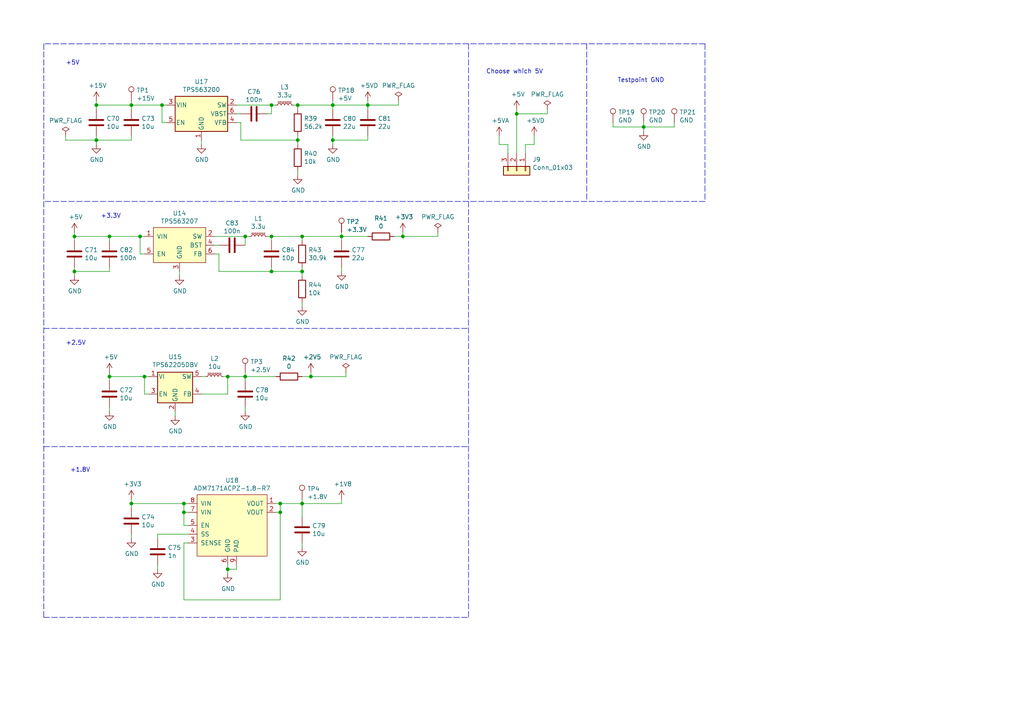
<source format=kicad_sch>
(kicad_sch (version 20250114) (generator "eeschema") (generator_version "9.0")
  (paper "A4")
  (title_block (title "TDS Receiver - Power") (date "2025-02-17") (company "(c) 2025 ETH Zurich, Y. Acremann") (comment 1 "License: GNU public license v. 3.0"))
  (lib_symbols
    (symbol "ADM7171ACPZ-1.8-R7:ADM7171ACPZ-1.8-R7" (pin_names (offset 1.016))
      (property "Reference" "U" (at 7.62 12.7 0))
      (property "Value" "ADM7171ACPZ-1.8-R7" (at 1.27 10.16 0))
      (symbol "ADM7171ACPZ-1.8-R7_0_1"
        (rectangle (start -10.16 8.89) (end 10.16 -8.89) (fill (type background)))
      )
      (symbol "ADM7171ACPZ-1.8-R7_1_1"
        (pin power_in line (at -12.7 6.35 0) (length 2.54) (name "VIN") (number "8"))
        (pin power_in line (at -12.7 3.81 0) (length 2.54) (name "VIN") (number "7"))
        (pin input line (at -12.7 0 0) (length 2.54) (name "EN") (number "5"))
        (pin input line (at -12.7 -2.54 0) (length 2.54) (name "SS") (number "4"))
        (pin input line (at -12.7 -5.08 0) (length 2.54) (name "SENSE") (number "3"))
        (pin power_in line (at -1.27 -11.43 90) (length 2.54) (name "GND") (number "6"))
        (pin power_in line (at 1.27 -11.43 90) (length 2.54) (name "PAD") (number "9"))
        (pin power_out line (at 12.7 6.35 180) (length 2.54) (name "VOUT") (number "1"))
        (pin passive line (at 12.7 3.81 180) (length 2.54) (name "VOUT") (number "2"))
      )
    )
    (symbol "Connector:TestPoint" (pin_numbers (hide yes)) (pin_names (offset 0.762) (hide yes))
      (property "Reference" "TP" (at 0 6.858 0))
      (property "Value" "Connector_TestPoint" (at 0 5.08 0))
      (symbol "TestPoint_0_1"
        (circle (center 0 3.302) (radius 0.762))
      )
      (symbol "TestPoint_1_1"
        (pin passive line (at 0 0 90) (length 2.54) (name "1") (number "1"))
      )
    )
    (symbol "Connector_Generic:Conn_01x03" (pin_names (offset 1.016) (hide yes))
      (property "Reference" "J" (at 0 5.08 0))
      (property "Value" "Connector_Generic_Conn_01x03" (at 0 -5.08 0))
      (symbol "Conn_01x03_1_1"
        (rectangle (start -1.27 3.81) (end 1.27 -3.81) (stroke (width 0.254)) (fill (type background)))
        (rectangle (start -1.27 2.667) (end 0 2.413) (stroke (width 0.1524)))
        (rectangle (start -1.27 0.127) (end 0 -0.127) (stroke (width 0.1524)))
        (rectangle (start -1.27 -2.413) (end 0 -2.667) (stroke (width 0.1524)))
        (pin passive line (at -5.08 2.54 0) (length 3.81) (name "Pin_1") (number "1"))
        (pin passive line (at -5.08 0 0) (length 3.81) (name "Pin_2") (number "2"))
        (pin passive line (at -5.08 -2.54 0) (length 3.81) (name "Pin_3") (number "3"))
      )
    )
    (symbol "Device:C" (pin_numbers (hide yes)) (pin_names (offset 0.254))
      (property "Reference" "C" (at 0.635 2.54 0))
      (property "Value" "Device_C" (at 0.635 -2.54 0))
      (symbol "C_0_1"
        (polyline (pts (xy -2.032 0.762) (xy 2.032 0.762)) (stroke (width 0.508)))
        (polyline (pts (xy -2.032 -0.762) (xy 2.032 -0.762)) (stroke (width 0.508)))
      )
      (symbol "C_1_1"
        (pin passive line (at 0 3.81 270) (length 2.794) (name "~") (number "1"))
        (pin passive line (at 0 -3.81 90) (length 2.794) (name "~") (number "2"))
      )
    )
    (symbol "Device:L_Core_Ferrite_Small" (pin_numbers (hide yes)) (pin_names (offset 0.254) (hide yes))
      (property "Reference" "L" (at 1.27 1.016 0))
      (property "Value" "Device_L_Core_Ferrite_Small" (at 1.27 -1.27 0))
      (symbol "L_Core_Ferrite_Small_0_1"
        (arc (start 0 2.032) (mid 0.5058 1.524) (end 0 1.016))
        (arc (start 0 1.016) (mid 0.5058 0.508) (end 0 0))
        (arc (start 0 0) (mid 0.5058 -0.508) (end 0 -1.016))
        (arc (start 0 -1.016) (mid 0.5058 -1.524) (end 0 -2.032))
        (polyline (pts (xy 0.762 1.651) (xy 0.762 1.905)))
        (polyline (pts (xy 0.762 1.143) (xy 0.762 1.397)))
        (polyline (pts (xy 0.762 0.635) (xy 0.762 0.889)))
        (polyline (pts (xy 0.762 0.127) (xy 0.762 0.381)))
        (polyline (pts (xy 0.762 -0.381) (xy 0.762 -0.127)))
        (polyline (pts (xy 0.762 -0.889) (xy 0.762 -0.635)))
        (polyline (pts (xy 0.762 -1.397) (xy 0.762 -1.143)))
        (polyline (pts (xy 0.762 -1.905) (xy 0.762 -1.651)))
        (polyline (pts (xy 1.016 1.905) (xy 1.016 1.651)))
        (polyline (pts (xy 1.016 1.397) (xy 1.016 1.143)))
        (polyline (pts (xy 1.016 0.889) (xy 1.016 0.635)))
        (polyline (pts (xy 1.016 0.381) (xy 1.016 0.127)))
        (polyline (pts (xy 1.016 -0.127) (xy 1.016 -0.381)))
        (polyline (pts (xy 1.016 -0.635) (xy 1.016 -0.889)))
        (polyline (pts (xy 1.016 -1.143) (xy 1.016 -1.397)))
        (polyline (pts (xy 1.016 -1.651) (xy 1.016 -1.905)))
      )
      (symbol "L_Core_Ferrite_Small_1_1"
        (pin passive line (at 0 2.54 270) (length 0.508) (name "~") (number "1"))
        (pin passive line (at 0 -2.54 90) (length 0.508) (name "~") (number "2"))
      )
    )
    (symbol "Device:R" (pin_numbers (hide yes)) (pin_names (offset 0))
      (property "Reference" "R" (at 2.032 0 90))
      (property "Value" "Device_R" (at 0 0 90))
      (symbol "R_0_1"
        (rectangle (start -1.016 -2.54) (end 1.016 2.54) (stroke (width 0.254)))
      )
      (symbol "R_1_1"
        (pin passive line (at 0 3.81 270) (length 1.27) (name "~") (number "1"))
        (pin passive line (at 0 -3.81 90) (length 1.27) (name "~") (number "2"))
      )
    )
    (symbol "Receiver-rescue:TPS563200-Regulator_Switching" (pin_names (offset 0.254))
      (property "Reference" "U" (at -7.62 6.35 0))
      (property "Value" "TPS563200-Regulator_Switching" (at -2.54 6.35 0))
      (symbol "TPS563200-Regulator_Switching_0_1"
        (rectangle (start -7.62 5.08) (end 7.62 -5.08) (stroke (width 0.254)) (fill (type background)))
      )
      (symbol "TPS563200-Regulator_Switching_1_1"
        (pin power_in line (at -10.16 2.54 0) (length 2.54) (name "VIN") (number "3"))
        (pin input line (at -10.16 -2.54 0) (length 2.54) (name "EN") (number "5"))
        (pin power_in line (at 0 -7.62 90) (length 2.54) (name "GND") (number "1"))
        (pin output line (at 10.16 2.54 180) (length 2.54) (name "SW") (number "2"))
        (pin input line (at 10.16 0 180) (length 2.54) (name "VBST") (number "6"))
        (pin input line (at 10.16 -2.54 180) (length 2.54) (name "VFB") (number "4"))
      )
    )
    (symbol "Regulator_Switching:TPS62205DBV" (pin_names (offset 0.254))
      (property "Reference" "U" (at -5.08 7.62 0))
      (property "Value" "Regulator_Switching_TPS62205DBV" (at 0 7.62 0))
      (symbol "TPS62205DBV_0_1"
        (rectangle (start -5.08 6.35) (end 5.08 -2.54) (stroke (width 0.254)) (fill (type background)))
      )
      (symbol "TPS62205DBV_1_1"
        (pin power_in line (at -7.62 5.08 0) (length 2.54) (name "VI") (number "1"))
        (pin input line (at -7.62 0 0) (length 2.54) (name "EN") (number "3"))
        (pin power_in line (at 0 -5.08 90) (length 2.54) (name "GND") (number "2"))
        (pin output line (at 7.62 5.08 180) (length 2.54) (name "SW") (number "5"))
        (pin input line (at 7.62 0 180) (length 2.54) (name "FB") (number "4"))
      )
    )
    (symbol "TPS5632xx:TPS563207" (pin_names (offset 1.016))
      (property "Reference" "U" (at 0 8.89 0))
      (property "Value" "TPS563207" (at 0 6.35 0))
      (symbol "TPS563207_0_1"
        (rectangle (start -7.62 5.08) (end 7.62 -5.08) (fill (type background)))
      )
      (symbol "TPS563207_1_1"
        (pin power_in line (at -10.16 2.54 0) (length 2.54) (name "VIN") (number "1"))
        (pin input line (at -10.16 -2.54 0) (length 2.54) (name "EN") (number "5"))
        (pin power_in line (at 0 -7.62 90) (length 2.54) (name "GND") (number "3"))
        (pin output line (at 10.16 2.54 180) (length 2.54) (name "SW") (number "2"))
        (pin passive line (at 10.16 0 180) (length 2.54) (name "BST") (number "4"))
        (pin passive line (at 10.16 -2.54 180) (length 2.54) (name "FB") (number "6"))
      )
    )
    (symbol "power:+15V" (power) (pin_names (offset 0))
      (property "Value" "power_+15V" (at 0 3.556 0))
      (symbol "+15V_0_1"
        (polyline (pts (xy -0.762 1.27) (xy 0 2.54)))
        (polyline (pts (xy 0 2.54) (xy 0.762 1.27)))
        (polyline (pts (xy 0 0) (xy 0 2.54)))
      )
      (symbol "+15V_1_1"
        (pin power_in line (at 0 0 90) (length 0) (hide yes) (name "+15V") (number "1"))
      )
    )
    (symbol "power:+1V8" (power) (pin_names (offset 0))
      (property "Value" "power_+1V8" (at 0 3.556 0))
      (symbol "+1V8_0_1"
        (polyline (pts (xy -0.762 1.27) (xy 0 2.54)))
        (polyline (pts (xy 0 2.54) (xy 0.762 1.27)))
        (polyline (pts (xy 0 0) (xy 0 2.54)))
      )
      (symbol "+1V8_1_1"
        (pin power_in line (at 0 0 90) (length 0) (hide yes) (name "+1V8") (number "1"))
      )
    )
    (symbol "power:+2V5" (power) (pin_names (offset 0))
      (property "Value" "power_+2V5" (at 0 3.556 0))
      (symbol "+2V5_0_1"
        (polyline (pts (xy -0.762 1.27) (xy 0 2.54)))
        (polyline (pts (xy 0 2.54) (xy 0.762 1.27)))
        (polyline (pts (xy 0 0) (xy 0 2.54)))
      )
      (symbol "+2V5_1_1"
        (pin power_in line (at 0 0 90) (length 0) (hide yes) (name "+2V5") (number "1"))
      )
    )
    (symbol "power:+3.3V" (power) (pin_names (offset 0))
      (property "Value" "power_+3.3V" (at 0 3.556 0))
      (symbol "+3.3V_0_1"
        (polyline (pts (xy -0.762 1.27) (xy 0 2.54)))
        (polyline (pts (xy 0 2.54) (xy 0.762 1.27)))
        (polyline (pts (xy 0 0) (xy 0 2.54)))
      )
      (symbol "+3.3V_1_1"
        (pin power_in line (at 0 0 90) (length 0) (hide yes) (name "+3V3") (number "1"))
      )
    )
    (symbol "power:+5V" (power) (pin_names (offset 0))
      (property "Value" "power_+5V" (at 0 3.556 0))
      (symbol "+5V_0_1"
        (polyline (pts (xy -0.762 1.27) (xy 0 2.54)))
        (polyline (pts (xy 0 2.54) (xy 0.762 1.27)))
        (polyline (pts (xy 0 0) (xy 0 2.54)))
      )
      (symbol "+5V_1_1"
        (pin power_in line (at 0 0 90) (length 0) (hide yes) (name "+5V") (number "1"))
      )
    )
    (symbol "power:+5VA" (power) (pin_names (offset 0))
      (property "Value" "power_+5VA" (at 0 3.556 0))
      (symbol "+5VA_0_1"
        (polyline (pts (xy -0.762 1.27) (xy 0 2.54)))
        (polyline (pts (xy 0 2.54) (xy 0.762 1.27)))
        (polyline (pts (xy 0 0) (xy 0 2.54)))
      )
      (symbol "+5VA_1_1"
        (pin power_in line (at 0 0 90) (length 0) (hide yes) (name "+5VA") (number "1"))
      )
    )
    (symbol "power:+5VD" (power) (pin_names (offset 0))
      (property "Value" "power_+5VD" (at 0 3.556 0))
      (symbol "+5VD_0_1"
        (polyline (pts (xy -0.762 1.27) (xy 0 2.54)))
        (polyline (pts (xy 0 2.54) (xy 0.762 1.27)))
        (polyline (pts (xy 0 0) (xy 0 2.54)))
      )
      (symbol "+5VD_1_1"
        (pin power_in line (at 0 0 90) (length 0) (hide yes) (name "+5VD") (number "1"))
      )
    )
    (symbol "power:GND" (power) (pin_names (offset 0))
      (property "Value" "power_GND" (at 0 -3.81 0))
      (symbol "GND_0_1"
        (polyline (pts (xy 0 0) (xy 0 -1.27) (xy 1.27 -1.27) (xy 0 -2.54) (xy -1.27 -1.27) (xy 0 -1.27)))
      )
      (symbol "GND_1_1"
        (pin power_in line (at 0 0 270) (length 0) (hide yes) (name "GND") (number "1"))
      )
    )
    (symbol "power:PWR_FLAG" (power) (pin_numbers (hide yes)) (pin_names (offset 0) (hide yes))
      (property "Value" "power_PWR_FLAG" (at 0 3.81 0))
      (symbol "PWR_FLAG_0_0"
        (pin power_out line (at 0 0 90) (length 0) (name "pwr") (number "1"))
      )
      (symbol "PWR_FLAG_0_1"
        (polyline (pts (xy 0 0) (xy 0 1.27) (xy -1.016 1.905) (xy 0 2.54) (xy 1.016 1.905) (xy 0 1.27)))
      )
    )
  )
  (text "Testpoint GND" (at 179.07 24.13 0) (effects (font (size 1.27 1.27)) (justify left bottom)))
  (text "+3.3V\n" (at 29.21 63.5 0) (effects (font (size 1.27 1.27)) (justify left bottom)))
  (text "Choose which 5V\n" (at 140.97 21.59 0) (effects (font (size 1.27 1.27)) (justify left bottom)))
  (text "+5V\n" (at 19.05 19.05 0) (effects (font (size 1.27 1.27)) (justify left bottom)))
  (text "+2.5V\n" (at 19.05 100.33 0) (effects (font (size 1.27 1.27)) (justify left bottom)))
  (text "+1.8V\n" (at 20.32 137.16 0) (effects (font (size 1.27 1.27)) (justify left bottom)))
  (junction (at 66.04 109.22))
  (junction (at 81.28 146.05))
  (junction (at 40.64 68.58))
  (junction (at 53.34 148.59))
  (junction (at 87.63 146.05))
  (junction (at 21.59 78.74))
  (junction (at 96.52 40.64))
  (junction (at 38.1 146.05))
  (junction (at 66.04 165.1))
  (junction (at 86.36 30.48))
  (junction (at 96.52 30.48))
  (junction (at 53.34 146.05))
  (junction (at 87.63 68.58))
  (junction (at 38.1 30.48))
  (junction (at 116.84 68.58))
  (junction (at 71.12 68.58))
  (junction (at 27.94 40.64))
  (junction (at 46.99 30.48))
  (junction (at 78.74 68.58))
  (junction (at 27.94 30.48))
  (junction (at 31.75 68.58))
  (junction (at 78.74 78.74))
  (junction (at 87.63 78.74))
  (junction (at 86.36 40.64))
  (junction (at 41.91 109.22))
  (junction (at 149.86 33.02))
  (junction (at 90.17 109.22))
  (junction (at 186.69 36.83))
  (junction (at 31.75 109.22))
  (junction (at 78.74 30.48))
  (junction (at 21.59 68.58))
  (junction (at 71.12 109.22))
  (junction (at 106.68 30.48))
  (junction (at 81.28 148.59))
  (junction (at 99.06 68.58))
  (wire (pts (xy 77.47 68.58) (xy 78.74 68.58)))
  (wire (pts (xy 27.94 29.21) (xy 27.94 30.48)))
  (wire (pts (xy 186.69 36.83) (xy 195.58 36.83)))
  (wire (pts (xy 54.61 154.94) (xy 45.72 154.94)))
  (wire (pts (xy 87.63 68.58) (xy 99.06 68.58)))
  (wire (pts (xy 27.94 30.48) (xy 27.94 31.75)))
  (wire (pts (xy 31.75 119.38) (xy 31.75 118.11)))
  (wire (pts (xy 116.84 67.31) (xy 116.84 68.58)))
  (wire (pts (xy 177.8 36.83) (xy 177.8 35.56)))
  (wire (pts (xy 41.91 73.66) (xy 40.64 73.66)))
  (wire (pts (xy 127 68.58) (xy 116.84 68.58)))
  (wire (pts (xy 99.06 68.58) (xy 99.06 67.31)))
  (wire (pts (xy 127 67.31) (xy 127 68.58)))
  (wire (pts (xy 31.75 77.47) (xy 31.75 78.74)))
  (wire (pts (xy 78.74 77.47) (xy 78.74 78.74)))
  (wire (pts (xy 78.74 30.48) (xy 68.58 30.48)))
  (wire (pts (xy 71.12 110.49) (xy 71.12 109.22)))
  (wire (pts (xy 71.12 109.22) (xy 71.12 107.95)))
  (wire (pts (xy 31.75 109.22) (xy 31.75 110.49)))
  (wire (pts (xy 78.74 30.48) (xy 80.01 30.48)))
  (wire (pts (xy 87.63 80.01) (xy 87.63 78.74)))
  (wire (pts (xy 31.75 69.85) (xy 31.75 68.58)))
  (wire (pts (xy 31.75 78.74) (xy 21.59 78.74)))
  (wire (pts (xy 50.8 120.65) (xy 50.8 119.38)))
  (wire (pts (xy 45.72 154.94) (xy 45.72 156.21)))
  (wire (pts (xy 38.1 30.48) (xy 46.99 30.48)))
  (wire (pts (xy 80.01 148.59) (xy 81.28 148.59)))
  (wire (pts (xy 19.05 39.37) (xy 19.05 40.64)))
  (wire (pts (xy 186.69 35.56) (xy 186.69 36.83)))
  (wire (pts (xy 71.12 109.22) (xy 66.04 109.22)))
  (wire (pts (xy 21.59 80.01) (xy 21.59 78.74)))
  (polyline (pts (xy 12.7 129.54) (xy 135.89 129.54)) (stroke (width 0) (type dash)))
  (wire (pts (xy 19.05 40.64) (xy 27.94 40.64)))
  (wire (pts (xy 27.94 40.64) (xy 38.1 40.64)))
  (wire (pts (xy 41.91 109.22) (xy 41.91 114.3)))
  (wire (pts (xy 53.34 146.05) (xy 54.61 146.05)))
  (wire (pts (xy 38.1 156.21) (xy 38.1 154.94)))
  (wire (pts (xy 147.32 44.45) (xy 147.32 41.91)))
  (polyline (pts (xy 204.47 58.42) (xy 12.7 58.42)) (stroke (width 0) (type dash)))
  (wire (pts (xy 63.5 73.66) (xy 63.5 78.74)))
  (wire (pts (xy 96.52 30.48) (xy 106.68 30.48)))
  (wire (pts (xy 52.07 80.01) (xy 52.07 78.74)))
  (polyline (pts (xy 170.18 12.7) (xy 170.18 58.42)) (stroke (width 0) (type dash)))
  (wire (pts (xy 69.85 40.64) (xy 86.36 40.64)))
  (wire (pts (xy 158.75 31.75) (xy 158.75 33.02)))
  (wire (pts (xy 38.1 146.05) (xy 53.34 146.05)))
  (wire (pts (xy 40.64 73.66) (xy 40.64 68.58)))
  (wire (pts (xy 106.68 30.48) (xy 106.68 31.75)))
  (wire (pts (xy 99.06 144.78) (xy 99.06 146.05)))
  (wire (pts (xy 58.42 109.22) (xy 59.69 109.22)))
  (wire (pts (xy 87.63 69.85) (xy 87.63 68.58)))
  (wire (pts (xy 48.26 30.48) (xy 46.99 30.48)))
  (polyline (pts (xy 12.7 12.7) (xy 12.7 179.07)) (stroke (width 0) (type dash)))
  (wire (pts (xy 78.74 78.74) (xy 63.5 78.74)))
  (wire (pts (xy 154.94 41.91) (xy 154.94 39.37)))
  (wire (pts (xy 78.74 69.85) (xy 78.74 68.58)))
  (wire (pts (xy 81.28 146.05) (xy 80.01 146.05)))
  (wire (pts (xy 96.52 40.64) (xy 106.68 40.64)))
  (wire (pts (xy 41.91 114.3) (xy 43.18 114.3)))
  (wire (pts (xy 81.28 148.59) (xy 81.28 146.05)))
  (wire (pts (xy 96.52 30.48) (xy 86.36 30.48)))
  (wire (pts (xy 53.34 157.48) (xy 54.61 157.48)))
  (wire (pts (xy 90.17 109.22) (xy 90.17 107.95)))
  (wire (pts (xy 86.36 40.64) (xy 86.36 41.91)))
  (wire (pts (xy 87.63 146.05) (xy 87.63 149.86)))
  (wire (pts (xy 195.58 36.83) (xy 195.58 35.56)))
  (wire (pts (xy 21.59 68.58) (xy 31.75 68.58)))
  (wire (pts (xy 87.63 109.22) (xy 90.17 109.22)))
  (wire (pts (xy 27.94 40.64) (xy 27.94 39.37)))
  (wire (pts (xy 99.06 78.74) (xy 99.06 77.47)))
  (wire (pts (xy 87.63 68.58) (xy 78.74 68.58)))
  (wire (pts (xy 68.58 33.02) (xy 69.85 33.02)))
  (wire (pts (xy 27.94 30.48) (xy 38.1 30.48)))
  (polyline (pts (xy 12.7 95.25) (xy 135.89 95.25)) (stroke (width 0) (type dash)))
  (wire (pts (xy 66.04 109.22) (xy 66.04 114.3)))
  (wire (pts (xy 86.36 39.37) (xy 86.36 40.64)))
  (wire (pts (xy 87.63 158.75) (xy 87.63 157.48)))
  (wire (pts (xy 43.18 109.22) (xy 41.91 109.22)))
  (wire (pts (xy 115.57 29.21) (xy 115.57 30.48)))
  (wire (pts (xy 62.23 73.66) (xy 63.5 73.66)))
  (wire (pts (xy 78.74 33.02) (xy 78.74 30.48)))
  (wire (pts (xy 53.34 173.99) (xy 53.34 157.48)))
  (wire (pts (xy 81.28 146.05) (xy 87.63 146.05)))
  (wire (pts (xy 53.34 152.4) (xy 53.34 148.59)))
  (wire (pts (xy 41.91 109.22) (xy 31.75 109.22)))
  (wire (pts (xy 54.61 152.4) (xy 53.34 152.4)))
  (wire (pts (xy 186.69 36.83) (xy 186.69 38.1)))
  (wire (pts (xy 87.63 77.47) (xy 87.63 78.74)))
  (wire (pts (xy 99.06 146.05) (xy 87.63 146.05)))
  (wire (pts (xy 106.68 30.48) (xy 106.68 29.21)))
  (wire (pts (xy 115.57 30.48) (xy 106.68 30.48)))
  (polyline (pts (xy 12.7 179.07) (xy 135.89 179.07)) (stroke (width 0) (type dash)))
  (wire (pts (xy 158.75 33.02) (xy 149.86 33.02)))
  (wire (pts (xy 64.77 109.22) (xy 66.04 109.22)))
  (wire (pts (xy 87.63 88.9) (xy 87.63 87.63)))
  (wire (pts (xy 87.63 146.05) (xy 87.63 144.78)))
  (wire (pts (xy 66.04 114.3) (xy 58.42 114.3)))
  (wire (pts (xy 81.28 173.99) (xy 53.34 173.99)))
  (wire (pts (xy 186.69 36.83) (xy 177.8 36.83)))
  (wire (pts (xy 69.85 35.56) (xy 69.85 40.64)))
  (wire (pts (xy 21.59 68.58) (xy 21.59 69.85)))
  (wire (pts (xy 21.59 67.31) (xy 21.59 68.58)))
  (wire (pts (xy 27.94 41.91) (xy 27.94 40.64)))
  (wire (pts (xy 144.78 41.91) (xy 144.78 39.37)))
  (wire (pts (xy 96.52 31.75) (xy 96.52 30.48)))
  (wire (pts (xy 38.1 147.32) (xy 38.1 146.05)))
  (wire (pts (xy 81.28 148.59) (xy 81.28 173.99)))
  (wire (pts (xy 100.33 109.22) (xy 90.17 109.22)))
  (wire (pts (xy 68.58 35.56) (xy 69.85 35.56)))
  (wire (pts (xy 31.75 107.95) (xy 31.75 109.22)))
  (wire (pts (xy 66.04 163.83) (xy 66.04 165.1)))
  (wire (pts (xy 99.06 69.85) (xy 99.06 68.58)))
  (wire (pts (xy 38.1 144.78) (xy 38.1 146.05)))
  (wire (pts (xy 86.36 50.8) (xy 86.36 49.53)))
  (polyline (pts (xy 204.47 12.7) (xy 204.47 58.42)) (stroke (width 0) (type dash)))
  (wire (pts (xy 63.5 71.12) (xy 62.23 71.12)))
  (wire (pts (xy 46.99 35.56) (xy 48.26 35.56)))
  (wire (pts (xy 106.68 68.58) (xy 99.06 68.58)))
  (wire (pts (xy 96.52 30.48) (xy 96.52 29.21)))
  (wire (pts (xy 45.72 165.1) (xy 45.72 163.83)))
  (wire (pts (xy 106.68 40.64) (xy 106.68 39.37)))
  (wire (pts (xy 87.63 78.74) (xy 78.74 78.74)))
  (wire (pts (xy 71.12 109.22) (xy 80.01 109.22)))
  (wire (pts (xy 38.1 40.64) (xy 38.1 39.37)))
  (wire (pts (xy 31.75 68.58) (xy 40.64 68.58)))
  (wire (pts (xy 100.33 107.95) (xy 100.33 109.22)))
  (wire (pts (xy 116.84 68.58) (xy 114.3 68.58)))
  (wire (pts (xy 71.12 71.12) (xy 71.12 68.58)))
  (wire (pts (xy 86.36 30.48) (xy 86.36 31.75)))
  (wire (pts (xy 58.42 41.91) (xy 58.42 40.64)))
  (wire (pts (xy 71.12 68.58) (xy 72.39 68.58)))
  (wire (pts (xy 62.23 68.58) (xy 71.12 68.58)))
  (wire (pts (xy 149.86 33.02) (xy 149.86 31.75)))
  (wire (pts (xy 38.1 29.21) (xy 38.1 30.48)))
  (wire (pts (xy 85.09 30.48) (xy 86.36 30.48)))
  (wire (pts (xy 96.52 40.64) (xy 96.52 39.37)))
  (wire (pts (xy 96.52 41.91) (xy 96.52 40.64)))
  (wire (pts (xy 149.86 33.02) (xy 149.86 44.45)))
  (wire (pts (xy 53.34 148.59) (xy 54.61 148.59)))
  (wire (pts (xy 68.58 165.1) (xy 68.58 163.83)))
  (wire (pts (xy 77.47 33.02) (xy 78.74 33.02)))
  (wire (pts (xy 66.04 165.1) (xy 68.58 165.1)))
  (wire (pts (xy 147.32 41.91) (xy 144.78 41.91)))
  (polyline (pts (xy 204.47 12.7) (xy 12.7 12.7)) (stroke (width 0) (type dash)))
  (wire (pts (xy 38.1 31.75) (xy 38.1 30.48)))
  (wire (pts (xy 66.04 165.1) (xy 66.04 166.37)))
  (polyline (pts (xy 135.89 12.7) (xy 135.89 179.07)) (stroke (width 0) (type dash)))
  (wire (pts (xy 71.12 119.38) (xy 71.12 118.11)))
  (wire (pts (xy 53.34 148.59) (xy 53.34 146.05)))
  (wire (pts (xy 152.4 41.91) (xy 154.94 41.91)))
  (wire (pts (xy 40.64 68.58) (xy 41.91 68.58)))
  (wire (pts (xy 46.99 30.48) (xy 46.99 35.56)))
  (wire (pts (xy 21.59 78.74) (xy 21.59 77.47)))
  (wire (pts (xy 152.4 44.45) (xy 152.4 41.91)))
  (symbol (lib_id "ADM7171ACPZ-1.8-R7:ADM7171ACPZ-1.8-R7") (at 67.31 152.4 0) (unit 1)
    (property "Reference" "U18" (at 67.31 139.319 0))
    (property "Value" "ADM7171ACPZ-1.8-R7" (at 67.31 141.6304 0))
    (property "Footprint" "Package_CSP:LFCSP-8-1EP_3x3mm_P0.5mm_EP1.45x1.74mm" (effects (hide yes)))
    (property "Datasheet" "https://www.mouser.ch/datasheet/2/609/adm7171-1503257.pdf" (effects (hide yes)))
  )
  (symbol (lib_id "Device:C") (at 38.1 151.13 0) (unit 1)
    (property "Reference" "C74" (at 41.021 149.9616 0) (effects (justify left)))
    (property "Value" "10u" (at 41.021 152.273 0) (effects (justify left)))
    (property "Footprint" "Capacitor_SMD:C_0603_1608Metric" (effects (hide yes)))
  )
  (symbol (lib_id "Device:C") (at 45.72 160.02 0) (unit 1)
    (property "Reference" "C75" (at 48.641 158.8516 0) (effects (justify left)))
    (property "Value" "1n" (at 48.641 161.163 0) (effects (justify left)))
    (property "Footprint" "Capacitor_SMD:C_0603_1608Metric" (effects (hide yes)))
  )
  (symbol (lib_id "power:GND") (at 66.04 166.37 0) (unit 1)
    (property "Reference" "#PWR0265" (effects (hide yes)))
    (property "Value" "GND" (at 66.167 170.7642 0))
  )
  (symbol (lib_id "Device:C") (at 87.63 153.67 0) (unit 1)
    (property "Reference" "C79" (at 90.551 152.5016 0) (effects (justify left)))
    (property "Value" "10u" (at 90.551 154.813 0) (effects (justify left)))
    (property "Footprint" "Capacitor_SMD:C_0603_1608Metric" (effects (hide yes)))
  )
  (symbol (lib_id "Connector:TestPoint") (at 87.63 144.78 0) (unit 1)
    (property "Reference" "TP4" (at 89.1032 141.7828 0) (effects (justify left)))
    (property "Value" "+1.8V" (at 89.1032 144.0942 0) (effects (justify left)))
    (property "Footprint" "TestPoint:TestPoint_THTPad_D1.5mm_Drill0.7mm" (effects (hide yes)))
  )
  (symbol (lib_id "Receiver-rescue:TPS563200-Regulator_Switching") (at 58.42 33.02 0) (unit 1)
    (property "Reference" "U17" (at 58.42 23.6982 0))
    (property "Value" "TPS563200" (at 58.42 26.0096 0))
    (property "Footprint" "Package_TO_SOT_SMD:SOT-23-6" (effects (hide yes)))
    (property "Datasheet" "http://www.ti.com/lit/ds/symlink/tps563200.pdf" (effects (hide yes)))
  )
  (symbol (lib_id "Device:L_Core_Ferrite_Small") (at 82.55 30.48 90) (unit 1)
    (property "Reference" "L3" (at 82.55 25.273 90))
    (property "Value" "3.3u" (at 82.55 27.5844 90))
    (property "Footprint" "Inductor_SMD:L_Bourns-SRN8040_8x8.15mm" (effects (hide yes)))
  )
  (symbol (lib_id "power:+5VD") (at 106.68 29.21 0) (unit 1)
    (property "Reference" "#PWR0246" (effects (hide yes)))
    (property "Value" "+5VD" (at 107.061 24.8158 0))
  )
  (symbol (lib_id "power:PWR_FLAG") (at 115.57 29.21 0) (unit 1)
    (property "Reference" "#FLG0118" (effects (hide yes)))
    (property "Value" "PWR_FLAG" (at 115.57 24.8158 0))
  )
  (symbol (lib_id "Device:C") (at 38.1 35.56 0) (unit 1)
    (property "Reference" "C73" (at 41.021 34.3916 0) (effects (justify left)))
    (property "Value" "10u" (at 41.021 36.703 0) (effects (justify left)))
    (property "Footprint" "Capacitor_SMD:C_0603_1608Metric" (effects (hide yes)))
  )
  (symbol (lib_id "Device:C") (at 27.94 35.56 0) (unit 1)
    (property "Reference" "C70" (at 30.861 34.3916 0) (effects (justify left)))
    (property "Value" "10u" (at 30.861 36.703 0) (effects (justify left)))
    (property "Footprint" "Capacitor_SMD:C_0603_1608Metric" (effects (hide yes)))
  )
  (symbol (lib_id "Device:C") (at 73.66 33.02 270) (unit 1)
    (property "Reference" "C76" (at 73.66 26.6192 90))
    (property "Value" "100n" (at 73.66 28.9306 90))
    (property "Footprint" "Capacitor_SMD:C_0603_1608Metric" (effects (hide yes)))
  )
  (symbol (lib_id "Device:R") (at 86.36 35.56 0) (unit 1)
    (property "Reference" "R39" (at 88.138 34.3916 0) (effects (justify left)))
    (property "Value" "56.2k" (at 88.138 36.703 0) (effects (justify left)))
    (property "Footprint" "Resistor_SMD:R_0603_1608Metric" (effects (hide yes)))
  )
  (symbol (lib_id "Device:R") (at 86.36 45.72 0) (unit 1)
    (property "Reference" "R40" (at 88.138 44.5516 0) (effects (justify left)))
    (property "Value" "10k" (at 88.138 46.863 0) (effects (justify left)))
    (property "Footprint" "Resistor_SMD:R_0603_1608Metric" (effects (hide yes)))
  )
  (symbol (lib_id "Device:C") (at 96.52 35.56 0) (unit 1)
    (property "Reference" "C80" (at 99.441 34.3916 0) (effects (justify left)))
    (property "Value" "22u" (at 99.441 36.703 0) (effects (justify left)))
    (property "Footprint" "Capacitor_SMD:C_0603_1608Metric" (effects (hide yes)))
  )
  (symbol (lib_id "Device:C") (at 106.68 35.56 0) (unit 1)
    (property "Reference" "C81" (at 109.601 34.3916 0) (effects (justify left)))
    (property "Value" "22u" (at 109.601 36.703 0) (effects (justify left)))
    (property "Footprint" "Capacitor_SMD:C_0603_1608Metric" (effects (hide yes)))
  )
  (symbol (lib_id "Connector:TestPoint") (at 96.52 29.21 0) (unit 1)
    (property "Reference" "TP18" (at 97.9932 26.2128 0) (effects (justify left)))
    (property "Value" "+5V" (at 97.9932 28.5242 0) (effects (justify left)))
    (property "Footprint" "TestPoint:TestPoint_THTPad_D1.5mm_Drill0.7mm" (effects (hide yes)))
  )
  (symbol (lib_id "power:GND") (at 45.72 165.1 0) (unit 1)
    (property "Reference" "#PWR0266" (effects (hide yes)))
    (property "Value" "GND" (at 45.847 169.4942 0))
  )
  (symbol (lib_id "power:GND") (at 38.1 156.21 0) (unit 1)
    (property "Reference" "#PWR0267" (effects (hide yes)))
    (property "Value" "GND" (at 38.227 160.6042 0))
  )
  (symbol (lib_id "power:+15V") (at 27.94 29.21 0) (unit 1)
    (property "Reference" "#PWR0247" (effects (hide yes)))
    (property "Value" "+15V" (at 28.321 24.8158 0))
  )
  (symbol (lib_id "power:GND") (at 27.94 41.91 0) (unit 1)
    (property "Reference" "#PWR0248" (effects (hide yes)))
    (property "Value" "GND" (at 28.067 46.3042 0))
  )
  (symbol (lib_id "power:+3.3V") (at 38.1 144.78 0) (unit 1)
    (property "Reference" "#PWR0268" (effects (hide yes)))
    (property "Value" "+3V3" (at 38.481 140.3858 0))
  )
  (symbol (lib_id "power:GND") (at 58.42 41.91 0) (unit 1)
    (property "Reference" "#PWR0249" (effects (hide yes)))
    (property "Value" "GND" (at 58.547 46.3042 0))
  )
  (symbol (lib_id "power:GND") (at 86.36 50.8 0) (unit 1)
    (property "Reference" "#PWR0250" (effects (hide yes)))
    (property "Value" "GND" (at 86.487 55.1942 0))
  )
  (symbol (lib_id "power:GND") (at 96.52 41.91 0) (unit 1)
    (property "Reference" "#PWR0251" (effects (hide yes)))
    (property "Value" "GND" (at 96.647 46.3042 0))
  )
  (symbol (lib_id "power:GND") (at 87.63 158.75 0) (unit 1)
    (property "Reference" "#PWR0269" (effects (hide yes)))
    (property "Value" "GND" (at 87.757 163.1442 0))
  )
  (symbol (lib_id "power:+1V8") (at 99.06 144.78 0) (unit 1)
    (property "Reference" "#PWR0270" (effects (hide yes)))
    (property "Value" "+1V8" (at 99.441 140.3858 0))
  )
  (symbol (lib_id "power:+5VA") (at 144.78 39.37 0) (unit 1)
    (property "Reference" "#PWR0252" (effects (hide yes)))
    (property "Value" "+5VA" (at 145.161 34.9758 0))
  )
  (symbol (lib_id "power:+5VD") (at 154.94 39.37 0) (unit 1)
    (property "Reference" "#PWR0253" (effects (hide yes)))
    (property "Value" "+5VD" (at 155.321 34.9758 0))
  )
  (symbol (lib_id "power:+5V") (at 149.86 31.75 0) (unit 1)
    (property "Reference" "#PWR0254" (effects (hide yes)))
    (property "Value" "+5V" (at 150.241 27.3558 0))
  )
  (symbol (lib_id "Connector_Generic:Conn_01x03") (at 149.86 49.53 270) (unit 1)
    (property "Reference" "J9" (at 154.432 46.2788 90) (effects (justify left)))
    (property "Value" "Conn_01x03" (at 154.432 48.5902 90) (effects (justify left)))
    (property "Footprint" "Connector_PinHeader_2.54mm:PinHeader_1x03_P2.54mm_Vertical" (effects (hide yes)))
  )
  (symbol (lib_id "power:PWR_FLAG") (at 158.75 31.75 0) (unit 1)
    (property "Reference" "#FLG0119" (effects (hide yes)))
    (property "Value" "PWR_FLAG" (at 158.75 27.3558 0))
  )
  (symbol (lib_id "Device:C") (at 21.59 73.66 0) (unit 1)
    (property "Reference" "C71" (at 24.511 72.4916 0) (effects (justify left)))
    (property "Value" "10u" (at 24.511 74.803 0) (effects (justify left)))
    (property "Footprint" "Capacitor_SMD:C_0603_1608Metric" (effects (hide yes)))
  )
  (symbol (lib_id "Device:L_Core_Ferrite_Small") (at 74.93 68.58 90) (unit 1)
    (property "Reference" "L1" (at 74.93 63.373 90))
    (property "Value" "3.3u" (at 74.93 65.6844 90))
    (property "Footprint" "Inductor_SMD:L_Bourns-SRN8040_8x8.15mm" (effects (hide yes)))
  )
  (symbol (lib_id "Device:C") (at 99.06 73.66 0) (unit 1)
    (property "Reference" "C77" (at 101.981 72.4916 0) (effects (justify left)))
    (property "Value" "22u" (at 101.981 74.803 0) (effects (justify left)))
    (property "Footprint" "Capacitor_SMD:C_0603_1608Metric" (effects (hide yes)))
  )
  (symbol (lib_id "Connector:TestPoint") (at 99.06 67.31 0) (unit 1)
    (property "Reference" "TP2" (at 100.5332 64.3128 0) (effects (justify left)))
    (property "Value" "+3.3V" (at 100.5332 66.6242 0) (effects (justify left)))
    (property "Footprint" "TestPoint:TestPoint_THTPad_D1.5mm_Drill0.7mm" (effects (hide yes)))
  )
  (symbol (lib_id "Device:R") (at 110.49 68.58 270) (unit 1)
    (property "Reference" "R41" (at 110.49 63.3222 90))
    (property "Value" "0" (at 110.49 65.6336 90))
    (property "Footprint" "Resistor_SMD:R_1206_3216Metric" (effects (hide yes)))
  )
  (symbol (lib_id "power:PWR_FLAG") (at 127 67.31 0) (unit 1)
    (property "Reference" "#FLG0120" (effects (hide yes)))
    (property "Value" "PWR_FLAG" (at 127 62.9158 0))
  )
  (symbol (lib_id "power:+3.3V") (at 116.84 67.31 0) (unit 1)
    (property "Reference" "#PWR0255" (effects (hide yes)))
    (property "Value" "+3V3" (at 117.221 62.9158 0))
  )
  (symbol (lib_id "power:GND") (at 52.07 80.01 0) (unit 1)
    (property "Reference" "#PWR0256" (effects (hide yes)))
    (property "Value" "GND" (at 52.197 84.4042 0))
  )
  (symbol (lib_id "power:GND") (at 99.06 78.74 0) (unit 1)
    (property "Reference" "#PWR0257" (effects (hide yes)))
    (property "Value" "GND" (at 99.187 83.1342 0))
  )
  (symbol (lib_id "power:GND") (at 21.59 80.01 0) (unit 1)
    (property "Reference" "#PWR0258" (effects (hide yes)))
    (property "Value" "GND" (at 21.717 84.4042 0))
  )
  (symbol (lib_id "power:+5V") (at 21.59 67.31 0) (unit 1)
    (property "Reference" "#PWR0259" (effects (hide yes)))
    (property "Value" "+5V" (at 21.971 62.9158 0))
  )
  (symbol (lib_id "Device:C") (at 31.75 114.3 0) (unit 1)
    (property "Reference" "C72" (at 34.671 113.1316 0) (effects (justify left)))
    (property "Value" "10u" (at 34.671 115.443 0) (effects (justify left)))
    (property "Footprint" "Capacitor_SMD:C_0603_1608Metric" (effects (hide yes)))
  )
  (symbol (lib_id "Regulator_Switching:TPS62205DBV") (at 50.8 114.3 0) (unit 1)
    (property "Reference" "U15" (at 50.8 103.505 0))
    (property "Value" "TPS62205DBV" (at 50.8 105.8164 0))
    (property "Footprint" "Package_TO_SOT_SMD:SOT-23-5" (effects (hide yes)))
    (property "Datasheet" "http://www.ti.com/lit/ds/symlink/tps62201.pdf" (effects (hide yes)))
  )
  (symbol (lib_id "power:GND") (at 50.8 120.65 0) (unit 1)
    (property "Reference" "#PWR0260" (effects (hide yes)))
    (property "Value" "GND" (at 50.927 125.0442 0))
  )
  (symbol (lib_id "Device:L_Core_Ferrite_Small") (at 62.23 109.22 90) (unit 1)
    (property "Reference" "L2" (at 62.23 104.013 90))
    (property "Value" "10u" (at 62.23 106.3244 90))
    (property "Footprint" "Inductor_SMD:L_1008_2520Metric" (effects (hide yes)))
  )
  (symbol (lib_id "Device:C") (at 71.12 114.3 0) (unit 1)
    (property "Reference" "C78" (at 74.041 113.1316 0) (effects (justify left)))
    (property "Value" "10u" (at 74.041 115.443 0) (effects (justify left)))
    (property "Footprint" "Capacitor_SMD:C_0603_1608Metric" (effects (hide yes)))
  )
  (symbol (lib_id "power:+5V") (at 31.75 107.95 0) (unit 1)
    (property "Reference" "#PWR0261" (effects (hide yes)))
    (property "Value" "+5V" (at 32.131 103.5558 0))
  )
  (symbol (lib_id "Connector:TestPoint") (at 71.12 107.95 0) (unit 1)
    (property "Reference" "TP3" (at 72.5932 104.9528 0) (effects (justify left)))
    (property "Value" "+2.5V" (at 72.5932 107.2642 0) (effects (justify left)))
    (property "Footprint" "TestPoint:TestPoint_THTPad_D1.5mm_Drill0.7mm" (effects (hide yes)))
  )
  (symbol (lib_id "power:GND") (at 71.12 119.38 0) (unit 1)
    (property "Reference" "#PWR0262" (effects (hide yes)))
    (property "Value" "GND" (at 71.247 123.7742 0))
  )
  (symbol (lib_id "power:GND") (at 31.75 119.38 0) (unit 1)
    (property "Reference" "#PWR0263" (effects (hide yes)))
    (property "Value" "GND" (at 31.877 123.7742 0))
  )
  (symbol (lib_id "power:+2V5") (at 90.17 107.95 0) (unit 1)
    (property "Reference" "#PWR0264" (effects (hide yes)))
    (property "Value" "+2V5" (at 90.551 103.5558 0))
  )
  (symbol (lib_id "Device:R") (at 83.82 109.22 270) (unit 1)
    (property "Reference" "R42" (at 83.82 103.9622 90))
    (property "Value" "0" (at 83.82 106.2736 90))
    (property "Footprint" "Resistor_SMD:R_0603_1608Metric" (effects (hide yes)))
  )
  (symbol (lib_id "power:PWR_FLAG") (at 100.33 107.95 0) (unit 1)
    (property "Reference" "#FLG0121" (effects (hide yes)))
    (property "Value" "PWR_FLAG" (at 100.33 103.5558 0))
  )
  (symbol (lib_id "Connector:TestPoint") (at 38.1 29.21 0) (unit 1)
    (property "Reference" "TP1" (at 39.5732 26.2128 0) (effects (justify left)))
    (property "Value" "+15V" (at 39.5732 28.5242 0) (effects (justify left)))
    (property "Footprint" "TestPoint:TestPoint_THTPad_D1.5mm_Drill0.7mm" (effects (hide yes)))
  )
  (symbol (lib_id "TPS5632xx:TPS563207") (at 52.07 71.12 0) (unit 1)
    (property "Reference" "U14" (at 52.07 61.849 0))
    (property "Value" "TPS563207" (at 52.07 64.1604 0))
    (property "Footprint" "footprint:SOT-563" (effects (hide yes)))
    (property "Datasheet" "https://www.ti.com/lit/ds/symlink/tps563207.pdf" (effects (hide yes)))
    (property "Lieferant" "Mouser" (effects (hide yes)))
    (property "Bestellnummer" "595-TPS563207SDRLR" (effects (hide yes)))
  )
  (symbol (lib_id "Device:C") (at 31.75 73.66 0) (unit 1)
    (property "Reference" "C82" (at 34.671 72.4916 0) (effects (justify left)))
    (property "Value" "100n" (at 34.671 74.803 0) (effects (justify left)))
    (property "Footprint" "Capacitor_SMD:C_0603_1608Metric" (effects (hide yes)))
  )
  (symbol (lib_id "Device:C") (at 67.31 71.12 270) (unit 1)
    (property "Reference" "C83" (at 67.31 64.7192 90))
    (property "Value" "100n" (at 67.31 67.0306 90))
    (property "Footprint" "Capacitor_SMD:C_0603_1608Metric" (effects (hide yes)))
  )
  (symbol (lib_id "Device:C") (at 78.74 73.66 0) (unit 1)
    (property "Reference" "C84" (at 81.661 72.4916 0) (effects (justify left)))
    (property "Value" "10p" (at 81.661 74.803 0) (effects (justify left)))
    (property "Footprint" "Capacitor_SMD:C_0603_1608Metric" (effects (hide yes)))
  )
  (symbol (lib_id "Device:R") (at 87.63 73.66 0) (unit 1)
    (property "Reference" "R43" (at 89.408 72.4916 0) (effects (justify left)))
    (property "Value" "30.9k" (at 89.408 74.803 0) (effects (justify left)))
    (property "Footprint" "Resistor_SMD:R_0603_1608Metric" (effects (hide yes)))
  )
  (symbol (lib_id "Device:R") (at 87.63 83.82 0) (unit 1)
    (property "Reference" "R44" (at 89.408 82.6516 0) (effects (justify left)))
    (property "Value" "10k" (at 89.408 84.963 0) (effects (justify left)))
    (property "Footprint" "Resistor_SMD:R_0603_1608Metric" (effects (hide yes)))
  )
  (symbol (lib_id "power:GND") (at 87.63 88.9 0) (unit 1)
    (property "Reference" "#PWR0272" (effects (hide yes)))
    (property "Value" "GND" (at 87.757 93.2942 0))
  )
  (symbol (lib_id "Connector:TestPoint") (at 177.8 35.56 0) (unit 1)
    (property "Reference" "TP19" (at 179.2732 32.5628 0) (effects (justify left)))
    (property "Value" "GND" (at 179.2732 34.8742 0) (effects (justify left)))
    (property "Footprint" "TestPoint:TestPoint_THTPad_D1.5mm_Drill0.7mm" (effects (hide yes)))
  )
  (symbol (lib_id "power:GND") (at 186.69 38.1 0) (unit 1)
    (property "Reference" "#PWR0273" (effects (hide yes)))
    (property "Value" "GND" (at 186.817 42.4942 0))
  )
  (symbol (lib_id "Connector:TestPoint") (at 186.69 35.56 0) (unit 1)
    (property "Reference" "TP20" (at 188.1632 32.5628 0) (effects (justify left)))
    (property "Value" "GND" (at 188.1632 34.8742 0) (effects (justify left)))
    (property "Footprint" "TestPoint:TestPoint_THTPad_D1.5mm_Drill0.7mm" (effects (hide yes)))
  )
  (symbol (lib_id "Connector:TestPoint") (at 195.58 35.56 0) (unit 1)
    (property "Reference" "TP21" (at 197.0532 32.5628 0) (effects (justify left)))
    (property "Value" "GND" (at 197.0532 34.8742 0) (effects (justify left)))
    (property "Footprint" "TestPoint:TestPoint_THTPad_D1.5mm_Drill0.7mm" (effects (hide yes)))
  )
  (symbol (lib_id "power:PWR_FLAG") (at 19.05 39.37 0) (unit 1)
    (property "Reference" "#FLG0123" (effects (hide yes)))
    (property "Value" "PWR_FLAG" (at 19.05 34.9758 0))
  )
)
</source>
